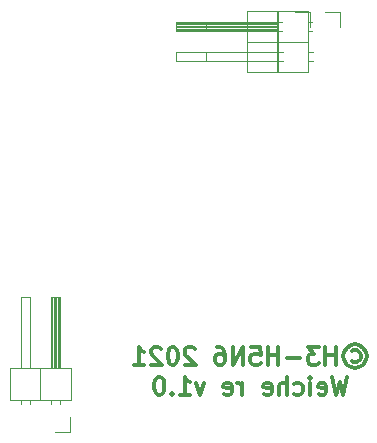
<source format=gbo>
G04 #@! TF.GenerationSoftware,KiCad,Pcbnew,5.1.10*
G04 #@! TF.CreationDate,2021-05-03T23:43:23+02:00*
G04 #@! TF.ProjectId,Weichensimulator-rechts,57656963-6865-46e7-9369-6d756c61746f,rev?*
G04 #@! TF.SameCoordinates,Original*
G04 #@! TF.FileFunction,Legend,Bot*
G04 #@! TF.FilePolarity,Positive*
%FSLAX46Y46*%
G04 Gerber Fmt 4.6, Leading zero omitted, Abs format (unit mm)*
G04 Created by KiCad (PCBNEW 5.1.10) date 2021-05-03 23:43:23*
%MOMM*%
%LPD*%
G01*
G04 APERTURE LIST*
%ADD10C,0.300000*%
%ADD11C,0.120000*%
%ADD12C,3.200000*%
%ADD13C,1.500000*%
%ADD14C,1.800000*%
%ADD15R,1.800000X1.800000*%
%ADD16C,0.100000*%
%ADD17O,1.600000X1.600000*%
%ADD18C,1.600000*%
%ADD19O,1.700000X1.700000*%
%ADD20R,1.700000X1.700000*%
G04 APERTURE END LIST*
D10*
X145731428Y-117640714D02*
X145874285Y-117569285D01*
X146160000Y-117569285D01*
X146302857Y-117640714D01*
X146445714Y-117783571D01*
X146517142Y-117926428D01*
X146517142Y-118212142D01*
X146445714Y-118355000D01*
X146302857Y-118497857D01*
X146160000Y-118569285D01*
X145874285Y-118569285D01*
X145731428Y-118497857D01*
X146017142Y-117069285D02*
X146374285Y-117140714D01*
X146731428Y-117355000D01*
X146945714Y-117712142D01*
X147017142Y-118069285D01*
X146945714Y-118426428D01*
X146731428Y-118783571D01*
X146374285Y-118997857D01*
X146017142Y-119069285D01*
X145660000Y-118997857D01*
X145302857Y-118783571D01*
X145088571Y-118426428D01*
X145017142Y-118069285D01*
X145088571Y-117712142D01*
X145302857Y-117355000D01*
X145660000Y-117140714D01*
X146017142Y-117069285D01*
X144374285Y-118783571D02*
X144374285Y-117283571D01*
X144374285Y-117997857D02*
X143517142Y-117997857D01*
X143517142Y-118783571D02*
X143517142Y-117283571D01*
X142945714Y-117283571D02*
X142017142Y-117283571D01*
X142517142Y-117855000D01*
X142302857Y-117855000D01*
X142160000Y-117926428D01*
X142088571Y-117997857D01*
X142017142Y-118140714D01*
X142017142Y-118497857D01*
X142088571Y-118640714D01*
X142160000Y-118712142D01*
X142302857Y-118783571D01*
X142731428Y-118783571D01*
X142874285Y-118712142D01*
X142945714Y-118640714D01*
X141374285Y-118212142D02*
X140231428Y-118212142D01*
X139517142Y-118783571D02*
X139517142Y-117283571D01*
X139517142Y-117997857D02*
X138660000Y-117997857D01*
X138660000Y-118783571D02*
X138660000Y-117283571D01*
X137231428Y-117283571D02*
X137945714Y-117283571D01*
X138017142Y-117997857D01*
X137945714Y-117926428D01*
X137802857Y-117855000D01*
X137445714Y-117855000D01*
X137302857Y-117926428D01*
X137231428Y-117997857D01*
X137160000Y-118140714D01*
X137160000Y-118497857D01*
X137231428Y-118640714D01*
X137302857Y-118712142D01*
X137445714Y-118783571D01*
X137802857Y-118783571D01*
X137945714Y-118712142D01*
X138017142Y-118640714D01*
X136517142Y-118783571D02*
X136517142Y-117283571D01*
X135660000Y-118783571D01*
X135660000Y-117283571D01*
X134302857Y-117283571D02*
X134588571Y-117283571D01*
X134731428Y-117355000D01*
X134802857Y-117426428D01*
X134945714Y-117640714D01*
X135017142Y-117926428D01*
X135017142Y-118497857D01*
X134945714Y-118640714D01*
X134874285Y-118712142D01*
X134731428Y-118783571D01*
X134445714Y-118783571D01*
X134302857Y-118712142D01*
X134231428Y-118640714D01*
X134160000Y-118497857D01*
X134160000Y-118140714D01*
X134231428Y-117997857D01*
X134302857Y-117926428D01*
X134445714Y-117855000D01*
X134731428Y-117855000D01*
X134874285Y-117926428D01*
X134945714Y-117997857D01*
X135017142Y-118140714D01*
X132445714Y-117426428D02*
X132374285Y-117355000D01*
X132231428Y-117283571D01*
X131874285Y-117283571D01*
X131731428Y-117355000D01*
X131660000Y-117426428D01*
X131588571Y-117569285D01*
X131588571Y-117712142D01*
X131660000Y-117926428D01*
X132517142Y-118783571D01*
X131588571Y-118783571D01*
X130660000Y-117283571D02*
X130517142Y-117283571D01*
X130374285Y-117355000D01*
X130302857Y-117426428D01*
X130231428Y-117569285D01*
X130160000Y-117855000D01*
X130160000Y-118212142D01*
X130231428Y-118497857D01*
X130302857Y-118640714D01*
X130374285Y-118712142D01*
X130517142Y-118783571D01*
X130660000Y-118783571D01*
X130802857Y-118712142D01*
X130874285Y-118640714D01*
X130945714Y-118497857D01*
X131017142Y-118212142D01*
X131017142Y-117855000D01*
X130945714Y-117569285D01*
X130874285Y-117426428D01*
X130802857Y-117355000D01*
X130660000Y-117283571D01*
X129588571Y-117426428D02*
X129517142Y-117355000D01*
X129374285Y-117283571D01*
X129017142Y-117283571D01*
X128874285Y-117355000D01*
X128802857Y-117426428D01*
X128731428Y-117569285D01*
X128731428Y-117712142D01*
X128802857Y-117926428D01*
X129660000Y-118783571D01*
X128731428Y-118783571D01*
X127302857Y-118783571D02*
X128160000Y-118783571D01*
X127731428Y-118783571D02*
X127731428Y-117283571D01*
X127874285Y-117497857D01*
X128017142Y-117640714D01*
X128160000Y-117712142D01*
X145374285Y-119833571D02*
X145017142Y-121333571D01*
X144731428Y-120262142D01*
X144445714Y-121333571D01*
X144088571Y-119833571D01*
X142945714Y-121262142D02*
X143088571Y-121333571D01*
X143374285Y-121333571D01*
X143517142Y-121262142D01*
X143588571Y-121119285D01*
X143588571Y-120547857D01*
X143517142Y-120405000D01*
X143374285Y-120333571D01*
X143088571Y-120333571D01*
X142945714Y-120405000D01*
X142874285Y-120547857D01*
X142874285Y-120690714D01*
X143588571Y-120833571D01*
X142231428Y-121333571D02*
X142231428Y-120333571D01*
X142231428Y-119833571D02*
X142302857Y-119905000D01*
X142231428Y-119976428D01*
X142160000Y-119905000D01*
X142231428Y-119833571D01*
X142231428Y-119976428D01*
X140874285Y-121262142D02*
X141017142Y-121333571D01*
X141302857Y-121333571D01*
X141445714Y-121262142D01*
X141517142Y-121190714D01*
X141588571Y-121047857D01*
X141588571Y-120619285D01*
X141517142Y-120476428D01*
X141445714Y-120405000D01*
X141302857Y-120333571D01*
X141017142Y-120333571D01*
X140874285Y-120405000D01*
X140231428Y-121333571D02*
X140231428Y-119833571D01*
X139588571Y-121333571D02*
X139588571Y-120547857D01*
X139660000Y-120405000D01*
X139802857Y-120333571D01*
X140017142Y-120333571D01*
X140160000Y-120405000D01*
X140231428Y-120476428D01*
X138302857Y-121262142D02*
X138445714Y-121333571D01*
X138731428Y-121333571D01*
X138874285Y-121262142D01*
X138945714Y-121119285D01*
X138945714Y-120547857D01*
X138874285Y-120405000D01*
X138731428Y-120333571D01*
X138445714Y-120333571D01*
X138302857Y-120405000D01*
X138231428Y-120547857D01*
X138231428Y-120690714D01*
X138945714Y-120833571D01*
X136445714Y-121333571D02*
X136445714Y-120333571D01*
X136445714Y-120619285D02*
X136374285Y-120476428D01*
X136302857Y-120405000D01*
X136160000Y-120333571D01*
X136017142Y-120333571D01*
X134945714Y-121262142D02*
X135088571Y-121333571D01*
X135374285Y-121333571D01*
X135517142Y-121262142D01*
X135588571Y-121119285D01*
X135588571Y-120547857D01*
X135517142Y-120405000D01*
X135374285Y-120333571D01*
X135088571Y-120333571D01*
X134945714Y-120405000D01*
X134874285Y-120547857D01*
X134874285Y-120690714D01*
X135588571Y-120833571D01*
X133231428Y-120333571D02*
X132874285Y-121333571D01*
X132517142Y-120333571D01*
X131160000Y-121333571D02*
X132017142Y-121333571D01*
X131588571Y-121333571D02*
X131588571Y-119833571D01*
X131731428Y-120047857D01*
X131874285Y-120190714D01*
X132017142Y-120262142D01*
X130517142Y-121190714D02*
X130445714Y-121262142D01*
X130517142Y-121333571D01*
X130588571Y-121262142D01*
X130517142Y-121190714D01*
X130517142Y-121333571D01*
X129517142Y-119833571D02*
X129374285Y-119833571D01*
X129231428Y-119905000D01*
X129160000Y-119976428D01*
X129088571Y-120119285D01*
X129017142Y-120405000D01*
X129017142Y-120762142D01*
X129088571Y-121047857D01*
X129160000Y-121190714D01*
X129231428Y-121262142D01*
X129374285Y-121333571D01*
X129517142Y-121333571D01*
X129660000Y-121262142D01*
X129731428Y-121190714D01*
X129802857Y-121047857D01*
X129874285Y-120762142D01*
X129874285Y-120405000D01*
X129802857Y-120119285D01*
X129731428Y-119976428D01*
X129660000Y-119905000D01*
X129517142Y-119833571D01*
D11*
X121980000Y-121750000D02*
X116780000Y-121750000D01*
X116780000Y-121750000D02*
X116780000Y-119090000D01*
X116780000Y-119090000D02*
X121980000Y-119090000D01*
X121980000Y-119090000D02*
X121980000Y-121750000D01*
X121030000Y-119090000D02*
X121030000Y-113090000D01*
X121030000Y-113090000D02*
X120270000Y-113090000D01*
X120270000Y-113090000D02*
X120270000Y-119090000D01*
X120970000Y-119090000D02*
X120970000Y-113090000D01*
X120850000Y-119090000D02*
X120850000Y-113090000D01*
X120730000Y-119090000D02*
X120730000Y-113090000D01*
X120610000Y-119090000D02*
X120610000Y-113090000D01*
X120490000Y-119090000D02*
X120490000Y-113090000D01*
X120370000Y-119090000D02*
X120370000Y-113090000D01*
X121030000Y-122080000D02*
X121030000Y-121750000D01*
X120270000Y-122080000D02*
X120270000Y-121750000D01*
X119380000Y-121750000D02*
X119380000Y-119090000D01*
X118490000Y-119090000D02*
X118490000Y-113090000D01*
X118490000Y-113090000D02*
X117730000Y-113090000D01*
X117730000Y-113090000D02*
X117730000Y-119090000D01*
X118490000Y-122147071D02*
X118490000Y-121750000D01*
X117730000Y-122147071D02*
X117730000Y-121750000D01*
X120650000Y-124460000D02*
X121920000Y-124460000D01*
X121920000Y-124460000D02*
X121920000Y-123190000D01*
X142240000Y-88900000D02*
X140970000Y-88900000D01*
X142240000Y-90170000D02*
X142240000Y-88900000D01*
X139927071Y-93090000D02*
X139530000Y-93090000D01*
X139927071Y-92330000D02*
X139530000Y-92330000D01*
X130870000Y-93090000D02*
X136870000Y-93090000D01*
X130870000Y-92330000D02*
X130870000Y-93090000D01*
X136870000Y-92330000D02*
X130870000Y-92330000D01*
X139530000Y-91440000D02*
X136870000Y-91440000D01*
X139860000Y-90550000D02*
X139530000Y-90550000D01*
X139860000Y-89790000D02*
X139530000Y-89790000D01*
X136870000Y-90450000D02*
X130870000Y-90450000D01*
X136870000Y-90330000D02*
X130870000Y-90330000D01*
X136870000Y-90210000D02*
X130870000Y-90210000D01*
X136870000Y-90090000D02*
X130870000Y-90090000D01*
X136870000Y-89970000D02*
X130870000Y-89970000D01*
X136870000Y-89850000D02*
X130870000Y-89850000D01*
X130870000Y-90550000D02*
X136870000Y-90550000D01*
X130870000Y-89790000D02*
X130870000Y-90550000D01*
X136870000Y-89790000D02*
X130870000Y-89790000D01*
X136870000Y-88840000D02*
X139530000Y-88840000D01*
X136870000Y-94040000D02*
X136870000Y-88840000D01*
X139530000Y-94040000D02*
X136870000Y-94040000D01*
X139530000Y-88840000D02*
X139530000Y-94040000D01*
X142070000Y-88840000D02*
X142070000Y-94040000D01*
X142070000Y-94040000D02*
X139410000Y-94040000D01*
X139410000Y-94040000D02*
X139410000Y-88840000D01*
X139410000Y-88840000D02*
X142070000Y-88840000D01*
X139410000Y-89790000D02*
X133410000Y-89790000D01*
X133410000Y-89790000D02*
X133410000Y-90550000D01*
X133410000Y-90550000D02*
X139410000Y-90550000D01*
X139410000Y-89850000D02*
X133410000Y-89850000D01*
X139410000Y-89970000D02*
X133410000Y-89970000D01*
X139410000Y-90090000D02*
X133410000Y-90090000D01*
X139410000Y-90210000D02*
X133410000Y-90210000D01*
X139410000Y-90330000D02*
X133410000Y-90330000D01*
X139410000Y-90450000D02*
X133410000Y-90450000D01*
X142400000Y-89790000D02*
X142070000Y-89790000D01*
X142400000Y-90550000D02*
X142070000Y-90550000D01*
X142070000Y-91440000D02*
X139410000Y-91440000D01*
X139410000Y-92330000D02*
X133410000Y-92330000D01*
X133410000Y-92330000D02*
X133410000Y-93090000D01*
X133410000Y-93090000D02*
X139410000Y-93090000D01*
X142467071Y-92330000D02*
X142070000Y-92330000D01*
X142467071Y-93090000D02*
X142070000Y-93090000D01*
X144780000Y-90170000D02*
X144780000Y-88900000D01*
X144780000Y-88900000D02*
X143510000Y-88900000D01*
%LPC*%
D12*
X120650000Y-92710000D03*
D13*
X128270000Y-123190000D03*
X130810000Y-123190000D03*
X135890000Y-123190000D03*
X140970000Y-123190000D03*
X146050000Y-123190000D03*
X146050000Y-115570000D03*
X140970000Y-115570000D03*
X135890000Y-115570000D03*
X130810000Y-115570000D03*
X128270000Y-115570000D03*
D14*
X123190000Y-107950000D03*
D15*
X125730000Y-107950000D03*
X146050000Y-107950000D03*
D14*
X148590000Y-107950000D03*
X126913949Y-98973949D03*
D16*
G36*
X129982792Y-100770000D02*
G01*
X128710000Y-102042792D01*
X127437208Y-100770000D01*
X128710000Y-99497208D01*
X129982792Y-100770000D01*
G37*
D17*
X135890000Y-97790000D03*
D18*
X135890000Y-105410000D03*
D19*
X118110000Y-123190000D03*
D20*
X120650000Y-123190000D03*
X140970000Y-90170000D03*
D19*
X140970000Y-92710000D03*
X143510000Y-92710000D03*
D20*
X143510000Y-90170000D03*
D12*
X151130000Y-123190000D03*
M02*

</source>
